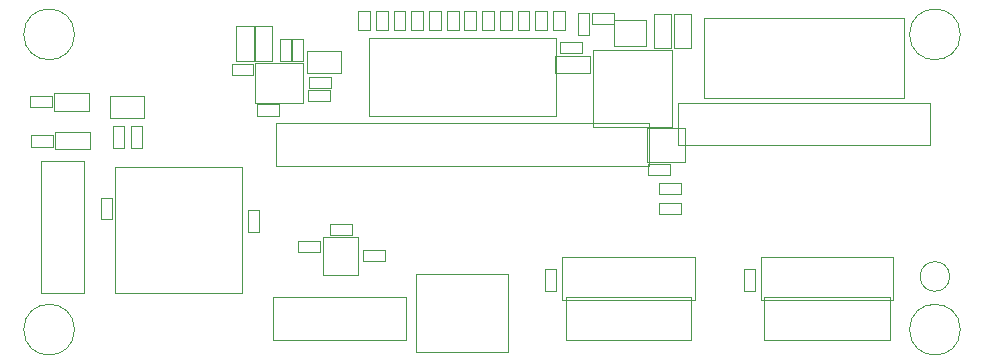
<source format=gbr>
%TF.GenerationSoftware,KiCad,Pcbnew,9.0.2*%
%TF.CreationDate,2025-06-08T01:22:44+05:30*%
%TF.ProjectId,AQEYE-SB-D1,41514559-452d-4534-922d-44312e6b6963,0.1*%
%TF.SameCoordinates,Original*%
%TF.FileFunction,Other,User*%
%FSLAX46Y46*%
G04 Gerber Fmt 4.6, Leading zero omitted, Abs format (unit mm)*
G04 Created by KiCad (PCBNEW 9.0.2) date 2025-06-08 01:22:44*
%MOMM*%
%LPD*%
G01*
G04 APERTURE LIST*
%ADD10C,0.050000*%
G04 APERTURE END LIST*
D10*
X24415000Y22760000D02*
X26275000Y22760000D01*
X24415000Y21820000D02*
X24415000Y22760000D01*
X26275000Y22760000D02*
X26275000Y21820000D01*
X26275000Y21820000D02*
X24415000Y21820000D01*
X40165152Y27855001D02*
X39165152Y27855001D01*
X39165152Y29455001D01*
X40165152Y29455001D01*
X40165152Y27855001D01*
X2935000Y22505000D02*
X5895000Y22505000D01*
X2935000Y21045000D02*
X2935000Y22505000D01*
X5895000Y22505000D02*
X5895000Y21045000D01*
X5895000Y21045000D02*
X2935000Y21045000D01*
X44663788Y27855001D02*
X43663788Y27855001D01*
X43663788Y29455001D01*
X44663788Y29455001D01*
X44663788Y27855001D01*
X7915000Y19735000D02*
X8855000Y19735000D01*
X7915000Y17875000D02*
X7915000Y19735000D01*
X8855000Y19735000D02*
X8855000Y17875000D01*
X8855000Y17875000D02*
X7915000Y17875000D01*
X48425000Y29345000D02*
X50285000Y29345000D01*
X48425000Y28405000D02*
X48425000Y29345000D01*
X50285000Y29345000D02*
X50285000Y28405000D01*
X50285000Y28405000D02*
X48425000Y28405000D01*
X79650000Y2500000D02*
G75*
G02*
X75350000Y2500000I-2150000J0D01*
G01*
X75350000Y2500000D02*
G75*
G02*
X79650000Y2500000I2150000J0D01*
G01*
X79650000Y27500000D02*
G75*
G02*
X75350000Y27500000I-2150000J0D01*
G01*
X75350000Y27500000D02*
G75*
G02*
X79650000Y27500000I2150000J0D01*
G01*
X46163333Y27855001D02*
X45163333Y27855001D01*
X45163333Y29455001D01*
X46163333Y29455001D01*
X46163333Y27855001D01*
X29095000Y9205000D02*
X30915000Y9205000D01*
X29095000Y8285000D02*
X29095000Y9205000D01*
X30915000Y9205000D02*
X30915000Y8285000D01*
X30915000Y8285000D02*
X29095000Y8285000D01*
X24485000Y23885000D02*
X26345000Y23885000D01*
X24485000Y22945000D02*
X24485000Y23885000D01*
X26345000Y23885000D02*
X26345000Y22945000D01*
X26345000Y22945000D02*
X24485000Y22945000D01*
X9405000Y19735000D02*
X10345000Y19735000D01*
X9405000Y17875000D02*
X9405000Y19735000D01*
X10345000Y19735000D02*
X10345000Y17875000D01*
X10345000Y17875000D02*
X9405000Y17875000D01*
X19925000Y28225000D02*
X21385000Y28225000D01*
X19925000Y25265000D02*
X19925000Y28225000D01*
X21385000Y28225000D02*
X21385000Y25265000D01*
X21385000Y25265000D02*
X19925000Y25265000D01*
X8092500Y16267500D02*
X8092500Y5567500D01*
X8092500Y5567500D02*
X18792500Y5567500D01*
X18792500Y16267500D02*
X8092500Y16267500D01*
X18792500Y5567500D02*
X18792500Y16267500D01*
X29575000Y27185000D02*
X29575000Y20625000D01*
X29575000Y20625000D02*
X45375000Y20625000D01*
X45375000Y27185000D02*
X29575000Y27185000D01*
X45375000Y20625000D02*
X45375000Y27185000D01*
X875000Y22265000D02*
X2735000Y22265000D01*
X875000Y21325000D02*
X875000Y22265000D01*
X2735000Y22265000D02*
X2735000Y21325000D01*
X2735000Y21325000D02*
X875000Y21325000D01*
X37166061Y27855001D02*
X36166061Y27855001D01*
X36166061Y29455001D01*
X37166061Y29455001D01*
X37166061Y27855001D01*
X19925000Y25063000D02*
X19925000Y21663000D01*
X19925000Y21663000D02*
X24025000Y21663000D01*
X24025000Y25063000D02*
X19925000Y25063000D01*
X24025000Y21663000D02*
X24025000Y25063000D01*
X19315000Y12601250D02*
X20235000Y12601250D01*
X19315000Y10781250D02*
X19315000Y12601250D01*
X20235000Y12601250D02*
X20235000Y10781250D01*
X20235000Y10781250D02*
X19315000Y10781250D01*
X57915000Y28875001D02*
X57915000Y22074999D01*
X57915000Y22074999D02*
X74875000Y22074999D01*
X74875000Y28875001D02*
X57915000Y28875001D01*
X74875000Y22074999D02*
X74875000Y28875001D01*
X35666515Y27855001D02*
X34666515Y27855001D01*
X34666515Y29455001D01*
X35666515Y29455001D01*
X35666515Y27855001D01*
X34166970Y27855001D02*
X33166970Y27855001D01*
X33166970Y29455001D01*
X34166970Y29455001D01*
X34166970Y27855001D01*
X43164242Y27855001D02*
X42164242Y27855001D01*
X42164242Y29455001D01*
X43164242Y29455001D01*
X43164242Y27855001D01*
X53145000Y19535000D02*
X53145000Y16735000D01*
X53145000Y19535000D02*
X56345000Y19535000D01*
X53145000Y16735000D02*
X56345000Y16735000D01*
X56345000Y16735000D02*
X56345000Y19535000D01*
X45942500Y8624999D02*
X45942500Y5024999D01*
X45942500Y5024999D02*
X57142500Y5024999D01*
X57142500Y8624999D02*
X45942500Y8624999D01*
X57142500Y5024999D02*
X57142500Y8624999D01*
X7655000Y22245000D02*
X7655000Y20445000D01*
X7655000Y22245000D02*
X10555000Y22245000D01*
X10555000Y20445000D02*
X7655000Y20445000D01*
X10555000Y20445000D02*
X10555000Y22245000D01*
X25690000Y10342500D02*
X28690000Y10342500D01*
X28690000Y7142500D01*
X25690000Y7142500D01*
X25690000Y10342500D01*
X45315000Y25685000D02*
X48275000Y25685000D01*
X45315000Y24225000D02*
X45315000Y25685000D01*
X48275000Y25685000D02*
X48275000Y24225000D01*
X48275000Y24225000D02*
X45315000Y24225000D01*
X38665606Y27855001D02*
X37665606Y27855001D01*
X37665606Y29455001D01*
X38665606Y29455001D01*
X38665606Y27855001D01*
X54165000Y13195001D02*
X56025000Y13195001D01*
X54165000Y12255001D02*
X54165000Y13195001D01*
X56025000Y13195001D02*
X56025000Y12255001D01*
X56025000Y12255001D02*
X54165000Y12255001D01*
X4650000Y2500000D02*
G75*
G02*
X350000Y2500000I-2150000J0D01*
G01*
X350000Y2500000D02*
G75*
G02*
X4650000Y2500000I2150000J0D01*
G01*
X53675000Y29265001D02*
X55135000Y29265001D01*
X53675000Y26305001D02*
X53675000Y29265001D01*
X55135000Y29265001D02*
X55135000Y26305001D01*
X55135000Y26305001D02*
X53675000Y26305001D01*
X48510001Y26170000D02*
X48510001Y19670000D01*
X48510001Y19670000D02*
X55210001Y19670000D01*
X55210001Y26170000D02*
X48510001Y26170000D01*
X55210001Y19670000D02*
X55210001Y26170000D01*
X63060000Y1624999D02*
X73660000Y1624999D01*
X73660000Y5224999D01*
X63060000Y5224999D01*
X63060000Y1624999D01*
X61355000Y7615000D02*
X62275000Y7615000D01*
X61355000Y5795000D02*
X61355000Y7615000D01*
X62275000Y7615000D02*
X62275000Y5795000D01*
X62275000Y5795000D02*
X61355000Y5795000D01*
X53215000Y16505000D02*
X55075000Y16505000D01*
X53215000Y15565000D02*
X53215000Y16505000D01*
X55075000Y16505000D02*
X55075000Y15565000D01*
X55075000Y15565000D02*
X53215000Y15565000D01*
X23595000Y9965000D02*
X25415000Y9965000D01*
X23595000Y9045000D02*
X23595000Y9965000D01*
X25415000Y9965000D02*
X25415000Y9045000D01*
X25415000Y9045000D02*
X23595000Y9045000D01*
X47245000Y29284999D02*
X48185000Y29284999D01*
X47245000Y27424999D02*
X47245000Y29284999D01*
X48185000Y29284999D02*
X48185000Y27424999D01*
X48185000Y27424999D02*
X47245000Y27424999D01*
X24345000Y26055000D02*
X24345000Y24255000D01*
X24345000Y26055000D02*
X27245000Y26055000D01*
X27245000Y24255000D02*
X24345000Y24255000D01*
X27245000Y24255000D02*
X27245000Y26055000D01*
X985000Y18945000D02*
X2845000Y18945000D01*
X985000Y18005000D02*
X985000Y18945000D01*
X2845000Y18945000D02*
X2845000Y18005000D01*
X2845000Y18005000D02*
X985000Y18005000D01*
X23105000Y27085000D02*
X24025000Y27085000D01*
X23105000Y25265000D02*
X23105000Y27085000D01*
X24025000Y27085000D02*
X24025000Y25265000D01*
X24025000Y25265000D02*
X23105000Y25265000D01*
X3035000Y19215000D02*
X5995000Y19215000D01*
X3035000Y17755000D02*
X3035000Y19215000D01*
X5995000Y19215000D02*
X5995000Y17755000D01*
X5995000Y17755000D02*
X3035000Y17755000D01*
X29668334Y27855001D02*
X28668334Y27855001D01*
X28668334Y29455001D01*
X29668334Y29455001D01*
X29668334Y27855001D01*
X54165000Y14885000D02*
X56025000Y14885000D01*
X54165000Y13945000D02*
X54165000Y14885000D01*
X56025000Y14885000D02*
X56025000Y13945000D01*
X56025000Y13945000D02*
X54165000Y13945000D01*
X31167879Y27855001D02*
X30167879Y27855001D01*
X30167879Y29455001D01*
X31167879Y29455001D01*
X31167879Y27855001D01*
X20085000Y21565000D02*
X21945000Y21565000D01*
X20085000Y20625000D02*
X20085000Y21565000D01*
X21945000Y21565000D02*
X21945000Y20625000D01*
X21945000Y20625000D02*
X20085000Y20625000D01*
X17945000Y24975000D02*
X19765000Y24975000D01*
X17945000Y24055000D02*
X17945000Y24975000D01*
X19765000Y24975000D02*
X19765000Y24055000D01*
X19765000Y24055000D02*
X17945000Y24055000D01*
X55365000Y29265000D02*
X56825000Y29265000D01*
X55365000Y26305000D02*
X55365000Y29265000D01*
X56825000Y29265000D02*
X56825000Y26305000D01*
X56825000Y26305000D02*
X55365000Y26305000D01*
X62742500Y8624999D02*
X62742500Y5024999D01*
X62742500Y5024999D02*
X73942500Y5024999D01*
X73942500Y8624999D02*
X62742500Y8624999D01*
X73942500Y5024999D02*
X73942500Y8624999D01*
X32667425Y27855001D02*
X31667425Y27855001D01*
X31667425Y29455001D01*
X32667425Y29455001D01*
X32667425Y27855001D01*
X41664697Y27855001D02*
X40664697Y27855001D01*
X40664697Y29455001D01*
X41664697Y29455001D01*
X41664697Y27855001D01*
X26265000Y11465000D02*
X28125000Y11465000D01*
X26265000Y10525000D02*
X26265000Y11465000D01*
X28125000Y11465000D02*
X28125000Y10525000D01*
X28125000Y10525000D02*
X26265000Y10525000D01*
X44525000Y7615000D02*
X45445000Y7615000D01*
X44525000Y5795000D02*
X44525000Y7615000D01*
X45445000Y7615000D02*
X45445000Y5795000D01*
X45445000Y5795000D02*
X44525000Y5795000D01*
X45715000Y26875000D02*
X47575000Y26875000D01*
X45715000Y25935000D02*
X45715000Y26875000D01*
X47575000Y26875000D02*
X47575000Y25935000D01*
X47575000Y25935000D02*
X45715000Y25935000D01*
X4650000Y27500000D02*
G75*
G02*
X350000Y27500000I-2150000J0D01*
G01*
X350000Y27500000D02*
G75*
G02*
X4650000Y27500000I2150000J0D01*
G01*
X6925000Y13644999D02*
X7845000Y13644999D01*
X6925000Y11824999D02*
X6925000Y13644999D01*
X7845000Y13644999D02*
X7845000Y11824999D01*
X7845000Y11824999D02*
X6925000Y11824999D01*
X55720000Y21725000D02*
X55720000Y18125000D01*
X55720000Y18125000D02*
X77070000Y18125000D01*
X77070000Y21725000D02*
X55720000Y21725000D01*
X77070000Y18125000D02*
X77070000Y21725000D01*
X21700000Y19975000D02*
X21700000Y16375000D01*
X21700000Y16375000D02*
X53250000Y16375000D01*
X53250000Y19975000D02*
X21700000Y19975000D01*
X53250000Y16375000D02*
X53250000Y19975000D01*
X33575000Y7175000D02*
X33575000Y615000D01*
X33575000Y615000D02*
X41375000Y615000D01*
X41375000Y7175000D02*
X33575000Y7175000D01*
X41375000Y615000D02*
X41375000Y7175000D01*
X21475000Y5224999D02*
X21475000Y1624999D01*
X21475000Y1624999D02*
X32675000Y1624999D01*
X32675000Y5224999D02*
X21475000Y5224999D01*
X32675000Y1624999D02*
X32675000Y5224999D01*
X22035000Y27085000D02*
X22955000Y27085000D01*
X22035000Y25265000D02*
X22035000Y27085000D01*
X22955000Y27085000D02*
X22955000Y25265000D01*
X22955000Y25265000D02*
X22035000Y25265000D01*
X18354999Y28225000D02*
X19814999Y28225000D01*
X18354999Y25265000D02*
X18354999Y28225000D01*
X19814999Y28225000D02*
X19814999Y25265000D01*
X19814999Y25265000D02*
X18354999Y25265000D01*
X78750000Y7000000D02*
G75*
G02*
X76250000Y7000000I-1250000J0D01*
G01*
X76250000Y7000000D02*
G75*
G02*
X78750000Y7000000I1250000J0D01*
G01*
X46260000Y1624999D02*
X56860000Y1624999D01*
X56860000Y5224999D01*
X46260000Y5224999D01*
X46260000Y1624999D01*
X1825000Y16775000D02*
X1825000Y5575000D01*
X1825000Y5575000D02*
X5425000Y5575000D01*
X5425000Y16775000D02*
X1825000Y16775000D01*
X5425000Y5575000D02*
X5425000Y16775000D01*
X50345000Y28685000D02*
X50345000Y26485000D01*
X50345000Y28685000D02*
X53045000Y28685000D01*
X53045000Y26485000D02*
X50345000Y26485000D01*
X53045000Y26485000D02*
X53045000Y28685000D01*
M02*

</source>
